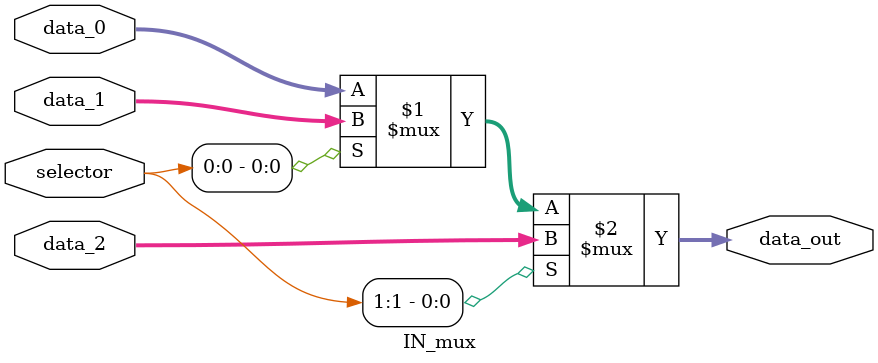
<source format=v>
module IN_mux (
    input  wire [1:0] selector,
    input  wire [31:0] data_0,//register B - 00
    input  wire [31:0] data_1,//register A - 01
    input  wire [31:0] data_2,//Sign Extend - 10
    output wire [31:0] data_out,
);
    assign data_out = (selector[1] ? data_2 : (selector[0] ? data_1 : data_0));
endmodule
</source>
